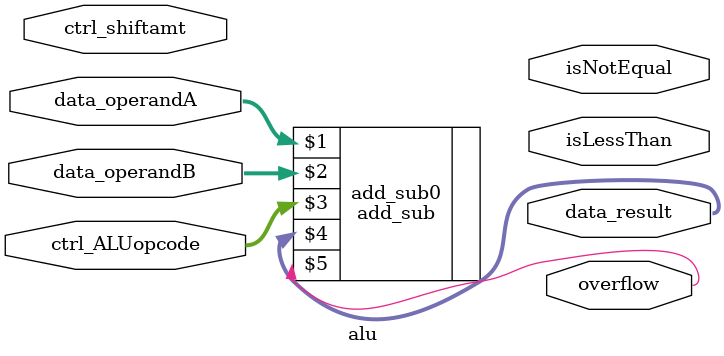
<source format=v>
module alu(data_operandA, data_operandB, ctrl_ALUopcode, ctrl_shiftamt, data_result, isNotEqual, isLessThan, overflow);

   input [31:0] data_operandA, data_operandB;
   input [4:0] ctrl_ALUopcode, ctrl_shiftamt;
   output [31:0] data_result;
   output isNotEqual, isLessThan, overflow;
	
	add_sub add_sub0(data_operandA, data_operandB, ctrl_ALUopcode, data_result, overflow);

endmodule
</source>
